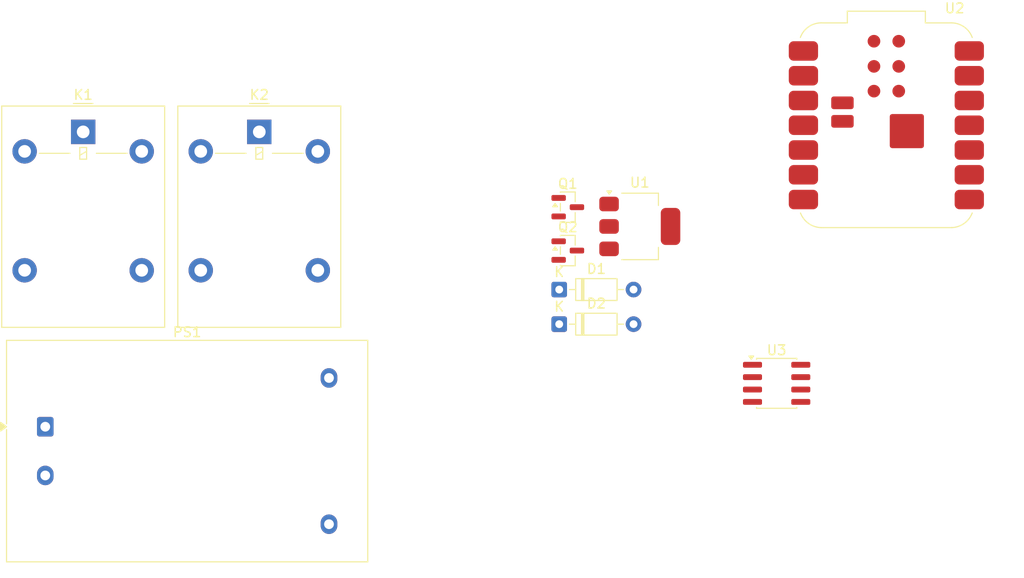
<source format=kicad_pcb>
(kicad_pcb (version 20241229) (generator "pcbnew") (generator_version "9.0")
  (title_block (title "IoT Crockpot Controller") (date "2025-01-25") (rev "0.1"))
  (layers (0 "F.Cu" signal) (2 "B.Cu" signal) (13 "F.Paste" user) (15 "B.Paste" user) (5 "F.SilkS" user "F.Silkscreen") (7 "B.SilkS" user "B.Silkscreen") (1 "F.Mask" user) (3 "B.Mask" user) (25 "Edge.Cuts" user))
  (net 0 "")
  (net 19 "Net-(Q1-G)")
  (net 20 "GND")
  (net 23 "Net-(Q2-G)")
  (net 24 "Net-(U1-VI)")
  (net 25 "Net-(U1-VO)")
  (net 38 "+3V3")
  (footprint "Diode_THT:D_DO-35_SOD27_P7.62mm_Horizontal" (layer "F.Cu") (at 142.74 100.975)
    (property "Reference" "D1" (at 3.81 -2.12 0) (layer "F.SilkS"))
    (property "Value" "1N4148")
    (fp_line (start 1.04 0) (end 1.69 0) (stroke (width 0.12)) (layer "F.SilkS"))
    (fp_line (start 2.29 -1.12) (end 2.29 1.12) (stroke (width 0.12)) (layer "F.SilkS"))
    (fp_line (start 2.41 -1.12) (end 2.41 1.12) (stroke (width 0.12)) (layer "F.SilkS"))
    (fp_line (start 2.53 -1.12) (end 2.53 1.12) (stroke (width 0.12)) (layer "F.SilkS"))
    (fp_line (start 6.58 0) (end 5.93 0) (stroke (width 0.12)) (layer "F.SilkS"))
    (fp_rect (start 1.69 -1.12) (end 5.93 1.12) (stroke (width 0.12)) (fill no) (layer "F.SilkS"))
    (fp_text user "K" (at 0 -1.8 0) (layer "F.SilkS"))
    (pad "1" thru_hole roundrect (at 0 0) (size 1.6 1.6) (drill 0.8) (layers "*.Cu" "*.Mask") (roundrect_rratio 0.15625))
    (pad "2" thru_hole circle (at 7.62 0) (size 1.6 1.6) (drill 0.8) (layers "*.Cu" "*.Mask"))
  )
  (footprint "Package_TO_SOT_SMD:SOT-223-3_TabPin2" (layer "F.Cu") (at 151 94.5)
    (property "Reference" "U1" (at 0 -4.5 0) (layer "F.SilkS"))
    (property "Value" "AMS1117-3.3")
    (fp_line (start -1.85 -3.41) (end 1.91 -3.41) (stroke (width 0.12)) (layer "F.SilkS"))
    (fp_line (start -1.85 3.41) (end 1.91 3.41) (stroke (width 0.12)) (layer "F.SilkS"))
    (fp_line (start 1.91 -3.41) (end 1.91 -2.15) (stroke (width 0.12)) (layer "F.SilkS"))
    (fp_line (start 1.91 3.41) (end 1.91 2.15) (stroke (width 0.12)) (layer "F.SilkS"))
    (fp_poly (pts (xy -3.13 -3.31) (xy -3.37 -3.64) (xy -2.89 -3.64) (xy -3.13 -3.31)) (stroke (width 0.12)) (fill yes) (layer "F.SilkS"))
    (pad "1" smd roundrect (at -3.15 -2.3) (size 2 1.5) (layers "F.Cu" "F.Mask" "F.Paste") (net 20 "GND"))
    (pad "2" smd roundrect (at -3.15 0) (size 2 1.5) (layers "F.Cu" "F.Mask" "F.Paste") (net 25 "Net-(U1-VO)"))
    (pad "2" smd roundrect (at 3.15 0) (size 2 3.8) (layers "F.Cu" "F.Mask" "F.Paste") (net 25 "Net-(U1-VO)"))
    (pad "3" smd roundrect (at -3.15 2.3) (size 2 1.5) (layers "F.Cu" "F.Mask" "F.Paste") (net 24 "Net-(U1-VI)"))
  )
  (footprint "Converter_ACDC:Converter_ACDC_Hi-Link_HLK-PMxx" (layer "F.Cu") (at 90.065 115.045)
    (property "Reference" "PS1" (at 14.54 -9.7 0) (layer "F.SilkS"))
    (property "Value" "HLK-PM01")
    (fp_line (start -3.97 -8.86) (end 33.05 -8.86) (stroke (width 0.12)) (layer "F.SilkS"))
    (fp_line (start -3.97 -0.296) (end -3.97 -8.86) (stroke (width 0.12)) (layer "F.SilkS"))
    (fp_line (start -3.97 13.86) (end -3.97 0.296) (stroke (width 0.12)) (layer "F.SilkS"))
    (fp_line (start 33.05 -8.86) (end 33.05 13.86) (stroke (width 0.12)) (layer "F.SilkS"))
    (fp_line (start 33.05 13.86) (end -3.97 13.86) (stroke (width 0.12)) (layer "F.SilkS"))
    (fp_poly (pts (xy -3.97 0) (xy -4.58 0.44) (xy -4.58 -0.44)) (stroke (width 0.12)) (fill yes) (layer "F.SilkS"))
    (pad "1" thru_hole roundrect (at 0 0) (size 1.7 2) (drill 1) (layers "*.Cu" "*.Mask") (roundrect_rratio 0.147059))
    (pad "2" thru_hole oval (at 0 5) (size 1.7 2) (drill 1) (layers "*.Cu" "*.Mask"))
    (pad "3" thru_hole oval (at 29.08 -5) (size 1.7 2) (drill 1) (layers "*.Cu" "*.Mask"))
    (pad "4" thru_hole oval (at 29.08 10) (size 1.7 2) (drill 1) (layers "*.Cu" "*.Mask"))
  )
  (footprint "Package_TO_SOT_SMD:SOT-23" (layer "F.Cu") (at 143.62 92.525)
    (property "Reference" "Q1" (at 0 -2.4 0) (layer "F.SilkS"))
    (property "Value" "2N7002")
    (fp_line (start -0.76 -1.56) (end 0.76 -1.56) (stroke (width 0.12)) (layer "F.SilkS"))
    (fp_line (start -0.76 -1.51) (end -0.76 -1.56) (stroke (width 0.12)) (layer "F.SilkS"))
    (fp_line (start -0.76 0.39) (end -0.76 -0.39) (stroke (width 0.12)) (layer "F.SilkS"))
    (fp_line (start -0.76 1.56) (end -0.76 1.51) (stroke (width 0.12)) (layer "F.SilkS"))
    (fp_line (start 0.76 -1.56) (end 0.76 -0.56) (stroke (width 0.12)) (layer "F.SilkS"))
    (fp_line (start 0.76 0.56) (end 0.76 1.56) (stroke (width 0.12)) (layer "F.SilkS"))
    (fp_line (start 0.76 1.56) (end -0.76 1.56) (stroke (width 0.12)) (layer "F.SilkS"))
    (fp_poly (pts (xy -1.3 -0.38) (xy -1.06 -0.05) (xy -1.54 -0.05)) (stroke (width 0.12)) (fill yes) (layer "F.SilkS"))
    (pad "1" smd roundrect (at -0.9375 -0.95) (size 1.475 0.6) (layers "F.Cu" "F.Mask" "F.Paste") (net 19 "Net-(Q1-G)"))
    (pad "2" smd roundrect (at -0.9375 0.95) (size 1.475 0.6) (layers "F.Cu" "F.Mask" "F.Paste") (net 20 "GND"))
    (pad "3" smd roundrect (at 0.9375 0) (size 1.475 0.6) (layers "F.Cu" "F.Mask" "F.Paste"))
  )
  (footprint "Package_SO:SOIC-8_3.9x4.9mm_P1.27mm" (layer "F.Cu") (at 165.025 110.595)
    (property "Reference" "U3" (at 0 -3.4 0) (layer "F.SilkS"))
    (property "Value" "MAX31855KASA")
    (fp_line (start -2.06 -2.56) (end 2.06 -2.56) (stroke (width 0.12)) (layer "F.SilkS"))
    (fp_line (start -2.06 -2.465) (end -2.06 -2.56) (stroke (width 0.12)) (layer "F.SilkS"))
    (fp_line (start -2.06 2.56) (end -2.06 2.465) (stroke (width 0.12)) (layer "F.SilkS"))
    (fp_line (start 2.06 -2.56) (end 2.06 -2.465) (stroke (width 0.12)) (layer "F.SilkS"))
    (fp_line (start 2.06 2.465) (end 2.06 2.56) (stroke (width 0.12)) (layer "F.SilkS"))
    (fp_line (start 2.06 2.56) (end -2.06 2.56) (stroke (width 0.12)) (layer "F.SilkS"))
    (fp_poly (pts (xy -2.6 -2.47) (xy -2.84 -2.8) (xy -2.36 -2.8)) (stroke (width 0.12)) (fill yes) (layer "F.SilkS"))
    (pad "1" smd roundrect (at -2.475 -1.905) (size 1.95 0.6) (layers "F.Cu" "F.Mask" "F.Paste") (net 20 "GND"))
    (pad "2" smd roundrect (at -2.475 -0.635) (size 1.95 0.6) (layers "F.Cu" "F.Mask" "F.Paste"))
    (pad "3" smd roundrect (at -2.475 0.635) (size 1.95 0.6) (layers "F.Cu" "F.Mask" "F.Paste"))
    (pad "4" smd roundrect (at -2.475 1.905) (size 1.95 0.6) (layers "F.Cu" "F.Mask" "F.Paste") (net 38 "+3V3"))
    (pad "5" smd roundrect (at 2.475 1.905) (size 1.95 0.6) (layers "F.Cu" "F.Mask" "F.Paste"))
    (pad "6" smd roundrect (at 2.475 0.635) (size 1.95 0.6) (layers "F.Cu" "F.Mask" "F.Paste"))
    (pad "7" smd roundrect (at 2.475 -0.635) (size 1.95 0.6) (layers "F.Cu" "F.Mask" "F.Paste"))
    (pad "8" smd roundrect (at 2.475 -1.905) (size 1.95 0.6) (layers "F.Cu" "F.Mask" "F.Paste"))
  )
  (footprint "XIAO-ESP32-C3:MCU_Seeed_ESP32C3_w_3D_model" (layer "F.Cu") (at 176.27 84.12)
    (property "Reference" "U2" (at 7 -12 0) (layer "F.SilkS"))
    (property "Value" "MOUDLE-SEEEDUINO-XIAO-ESP32C3")
    (fp_line (start -6.7 10.5) (end 6.7 10.5) (stroke (width 0.12)) (layer "F.SilkS"))
    (fp_line (start -4 -11.7) (end 4 -11.7) (stroke (width 0.12)) (layer "F.SilkS"))
    (fp_line (start -4 -10.5) (end -6.6 -10.5) (stroke (width 0.12)) (layer "F.SilkS"))
    (fp_line (start -4 -10.5) (end -4 -11.7) (stroke (width 0.12)) (layer "F.SilkS"))
    (fp_line (start 4 -11.7) (end 4 -10.5) (stroke (width 0.12)) (layer "F.SilkS"))
    (fp_line (start 6.6 -10.5) (end 4 -10.5) (stroke (width 0.12)) (layer "F.SilkS"))
    (fp_arc (start -8.812892 -9.00468) (mid -7.949609 -10.111769) (end -6.600468 -10.499999) (stroke (width 0.12)) (layer "F.SilkS"))
    (fp_arc (start -6.7 10.5) (mid -7.977232 10.068125) (end -8.8 9) (stroke (width 0.12)) (layer "F.SilkS"))
    (fp_arc (start 6.6 -10.499999) (mid 7.944325 -10.107116) (end 8.804034 -9.001464) (stroke (width 0.12)) (layer "F.SilkS"))
    (fp_arc (start 8.8 9) (mid 7.977232 10.068125) (end 6.7 10.5) (stroke (width 0.12)) (layer "F.SilkS"))
    (pad "1" smd roundrect (at -8.5 -7.62) (size 3 2) (layers "F.Cu" "F.Mask" "F.Paste"))
    (pad "2" smd roundrect (at -8.5 -5.08) (size 3 2) (layers "F.Cu" "F.Mask" "F.Paste"))
    (pad "3" smd roundrect (at -8.5 -2.54) (size 3 2) (layers "F.Cu" "F.Mask" "F.Paste"))
    (pad "4" smd roundrect (at -8.5 0) (size 3 2) (layers "F.Cu" "F.Mask" "F.Paste"))
    (pad "5" smd roundrect (at -8.5 2.54) (size 3 2) (layers "F.Cu" "F.Mask" "F.Paste"))
    (pad "6" smd roundrect (at -8.5 5.08) (size 3 2) (layers "F.Cu" "F.Mask" "F.Paste"))
    (pad "7" smd roundrect (at -8.5 7.62) (size 3 2) (layers "F.Cu" "F.Mask" "F.Paste"))
    (pad "8" smd roundrect (at 8.5 7.62) (size 3 2) (layers "F.Cu" "F.Mask" "F.Paste"))
    (pad "9" smd roundrect (at 8.5 5.08) (size 3 2) (layers "F.Cu" "F.Mask" "F.Paste"))
    (pad "10" smd roundrect (at 8.5 2.54) (size 3 2) (layers "F.Cu" "F.Mask" "F.Paste"))
    (pad "11" smd roundrect (at 8.5 0) (size 3 2) (layers "F.Cu" "F.Mask" "F.Paste"))
    (pad "12" smd roundrect (at 8.5 -2.54) (size 3 2) (layers "F.Cu" "F.Mask" "F.Paste") (net 38 "+3V3"))
    (pad "13" smd roundrect (at 8.5 -5.08) (size 3 2) (layers "F.Cu" "F.Mask" "F.Paste") (net 20 "GND"))
    (pad "14" smd roundrect (at 8.5 -7.62) (size 3 2) (layers "F.Cu" "F.Mask" "F.Paste"))
    (pad "15" smd roundrect (at 2.1 0.6) (size 3.5 3.5) (property pad_prop_heatsink) (layers "F.Cu" "F.Mask") (roundrect_rratio 0.07142857143))
    (pad "16" smd roundrect (at -4.5 -0.4) (size 2.3 1.3) (layers "F.Cu" "F.Mask" "F.Paste") (roundrect_rratio 0.1923076923))
    (pad "17" smd roundrect (at -4.5 -2.3) (size 2.3 1.3) (layers "F.Cu" "F.Mask" "F.Paste") (roundrect_rratio 0.1923076923))
    (pad "18" smd circle (at -1.27 -8.62) (size 1.3 1.3) (layers "F.Cu" "F.Mask" "F.Paste"))
    (pad "19" smd circle (at -1.27 -6.04) (size 1.3 1.3) (layers "F.Cu" "F.Mask" "F.Paste"))
    (pad "20" smd circle (at -1.27 -3.5) (size 1.3 1.3) (layers "F.Cu" "F.Mask" "F.Paste"))
    (pad "21" smd circle (at 1.27 -3.5) (size 1.3 1.3) (layers "F.Cu" "F.Mask" "F.Paste"))
    (pad "22" smd circle (at 1.27 -6.04) (size 1.3 1.3) (layers "F.Cu" "F.Mask" "F.Paste"))
    (pad "23" smd circle (at 1.27 -8.62) (size 1.3 1.3) (layers "F.Cu" "F.Mask" "F.Paste"))
  )
  (footprint "Relay_THT:Relay_SPDT_Omron-G5LE-1" (layer "F.Cu") (at 93.95 84.8)
    (property "Reference" "K1" (at 0 -3.8 0) (layer "F.SilkS"))
    (property "Value" "G5LE-1")
    (fp_line (start -8.35 -2.65) (end -8.35 20.05) (stroke (width 0.12)) (layer "F.SilkS"))
    (fp_line (start -8.35 20.05) (end 8.35 20.05) (stroke (width 0.12)) (layer "F.SilkS"))
    (fp_line (start -4.5 2.2) (end -1.35 2.2) (stroke (width 0.12)) (layer "F.SilkS"))
    (fp_line (start -1 -2.91) (end 1 -2.91) (stroke (width 0.12)) (layer "F.SilkS"))
    (fp_line (start -0.35 1.6) (end -0.35 2.8) (stroke (width 0.12)) (layer "F.SilkS"))
    (fp_line (start -0.35 2.4) (end 0.35 2) (stroke (width 0.12)) (layer "F.SilkS"))
    (fp_line (start -0.35 2.8) (end 0.35 2.8) (stroke (width 0.12)) (layer "F.SilkS"))
    (fp_line (start 0.35 1.6) (end -0.35 1.6) (stroke (width 0.12)) (layer "F.SilkS"))
    (fp_line (start 0.35 2.8) (end 0.35 1.6) (stroke (width 0.12)) (layer "F.SilkS"))
    (fp_line (start 1.35 2.2) (end 4.5 2.2) (stroke (width 0.12)) (layer "F.SilkS"))
    (fp_line (start 8.35 -2.65) (end -8.35 -2.65) (stroke (width 0.12)) (layer "F.SilkS"))
    (fp_line (start 8.35 20.05) (end 8.35 -2.65) (stroke (width 0.12)) (layer "F.SilkS"))
    (pad "1" thru_hole rect (at 0 0) (size 2.5 2.5) (drill 1.3) (layers "*.Cu" "*.Mask"))
    (pad "2" thru_hole oval (at -6 2) (size 2.5 2.5) (drill 1.3) (layers "*.Cu" "*.Mask"))
    (pad "3" thru_hole oval (at -6 14.2) (size 2.5 2.5) (drill 1.3) (layers "*.Cu" "*.Mask"))
    (pad "4" thru_hole oval (at 6 14.2) (size 2.5 2.5) (drill 1.3) (layers "*.Cu" "*.Mask"))
    (pad "5" thru_hole oval (at 6 2) (size 2.5 2.5) (drill 1.3) (layers "*.Cu" "*.Mask"))
  )
  (footprint "Package_TO_SOT_SMD:SOT-23" (layer "F.Cu") (at 143.62 96.975)
    (property "Reference" "Q2" (at 0 -2.4 0) (layer "F.SilkS"))
    (property "Value" "2N7002")
    (fp_line (start -0.76 -1.56) (end 0.76 -1.56) (stroke (width 0.12)) (layer "F.SilkS"))
    (fp_line (start -0.76 -1.51) (end -0.76 -1.56) (stroke (width 0.12)) (layer "F.SilkS"))
    (fp_line (start -0.76 0.39) (end -0.76 -0.39) (stroke (width 0.12)) (layer "F.SilkS"))
    (fp_line (start -0.76 1.56) (end -0.76 1.51) (stroke (width 0.12)) (layer "F.SilkS"))
    (fp_line (start 0.76 -1.56) (end 0.76 -0.56) (stroke (width 0.12)) (layer "F.SilkS"))
    (fp_line (start 0.76 0.56) (end 0.76 1.56) (stroke (width 0.12)) (layer "F.SilkS"))
    (fp_line (start 0.76 1.56) (end -0.76 1.56) (stroke (width 0.12)) (layer "F.SilkS"))
    (fp_poly (pts (xy -1.3 -0.38) (xy -1.06 -0.05) (xy -1.54 -0.05)) (stroke (width 0.12)) (fill yes) (layer "F.SilkS"))
    (pad "1" smd roundrect (at -0.9375 -0.95) (size 1.475 0.6) (layers "F.Cu" "F.Mask" "F.Paste") (net 23 "Net-(Q2-G)"))
    (pad "2" smd roundrect (at -0.9375 0.95) (size 1.475 0.6) (layers "F.Cu" "F.Mask" "F.Paste") (net 20 "GND"))
    (pad "3" smd roundrect (at 0.9375 0) (size 1.475 0.6) (layers "F.Cu" "F.Mask" "F.Paste"))
  )
  (footprint "Diode_THT:D_DO-35_SOD27_P7.62mm_Horizontal" (layer "F.Cu") (at 142.74 104.525)
    (property "Reference" "D2" (at 3.81 -2.12 0) (layer "F.SilkS"))
    (property "Value" "1N4148")
    (fp_line (start 1.04 0) (end 1.69 0) (stroke (width 0.12)) (layer "F.SilkS"))
    (fp_line (start 2.29 -1.12) (end 2.29 1.12) (stroke (width 0.12)) (layer "F.SilkS"))
    (fp_line (start 2.41 -1.12) (end 2.41 1.12) (stroke (width 0.12)) (layer "F.SilkS"))
    (fp_line (start 2.53 -1.12) (end 2.53 1.12) (stroke (width 0.12)) (layer "F.SilkS"))
    (fp_line (start 6.58 0) (end 5.93 0) (stroke (width 0.12)) (layer "F.SilkS"))
    (fp_rect (start 1.69 -1.12) (end 5.93 1.12) (stroke (width 0.12)) (fill no) (layer "F.SilkS"))
    (fp_text user "K" (at 0 -1.8 0) (layer "F.SilkS"))
    (pad "1" thru_hole roundrect (at 0 0) (size 1.6 1.6) (drill 0.8) (layers "*.Cu" "*.Mask") (roundrect_rratio 0.15625))
    (pad "2" thru_hole circle (at 7.62 0) (size 1.6 1.6) (drill 0.8) (layers "*.Cu" "*.Mask"))
  )
  (footprint "Relay_THT:Relay_SPDT_Omron-G5LE-1" (layer "F.Cu") (at 112 84.8)
    (property "Reference" "K2" (at 0 -3.8 0) (layer "F.SilkS"))
    (property "Value" "G5LE-1")
    (fp_line (start -8.35 -2.65) (end -8.35 20.05) (stroke (width 0.12)) (layer "F.SilkS"))
    (fp_line (start -8.35 20.05) (end 8.35 20.05) (stroke (width 0.12)) (layer "F.SilkS"))
    (fp_line (start -4.5 2.2) (end -1.35 2.2) (stroke (width 0.12)) (layer "F.SilkS"))
    (fp_line (start -1 -2.91) (end 1 -2.91) (stroke (width 0.12)) (layer "F.SilkS"))
    (fp_line (start -0.35 1.6) (end -0.35 2.8) (stroke (width 0.12)) (layer "F.SilkS"))
    (fp_line (start -0.35 2.4) (end 0.35 2) (stroke (width 0.12)) (layer "F.SilkS"))
    (fp_line (start -0.35 2.8) (end 0.35 2.8) (stroke (width 0.12)) (layer "F.SilkS"))
    (fp_line (start 0.35 1.6) (end -0.35 1.6) (stroke (width 0.12)) (layer "F.SilkS"))
    (fp_line (start 0.35 2.8) (end 0.35 1.6) (stroke (width 0.12)) (layer "F.SilkS"))
    (fp_line (start 1.35 2.2) (end 4.5 2.2) (stroke (width 0.12)) (layer "F.SilkS"))
    (fp_line (start 8.35 -2.65) (end -8.35 -2.65) (stroke (width 0.12)) (layer "F.SilkS"))
    (fp_line (start 8.35 20.05) (end 8.35 -2.65) (stroke (width 0.12)) (layer "F.SilkS"))
    (pad "1" thru_hole rect (at 0 0) (size 2.5 2.5) (drill 1.3) (layers "*.Cu" "*.Mask"))
    (pad "2" thru_hole oval (at -6 2) (size 2.5 2.5) (drill 1.3) (layers "*.Cu" "*.Mask"))
    (pad "3" thru_hole oval (at -6 14.2) (size 2.5 2.5) (drill 1.3) (layers "*.Cu" "*.Mask"))
    (pad "4" thru_hole oval (at 6 14.2) (size 2.5 2.5) (drill 1.3) (layers "*.Cu" "*.Mask"))
    (pad "5" thru_hole oval (at 6 2) (size 2.5 2.5) (drill 1.3) (layers "*.Cu" "*.Mask"))
  )
)
</source>
